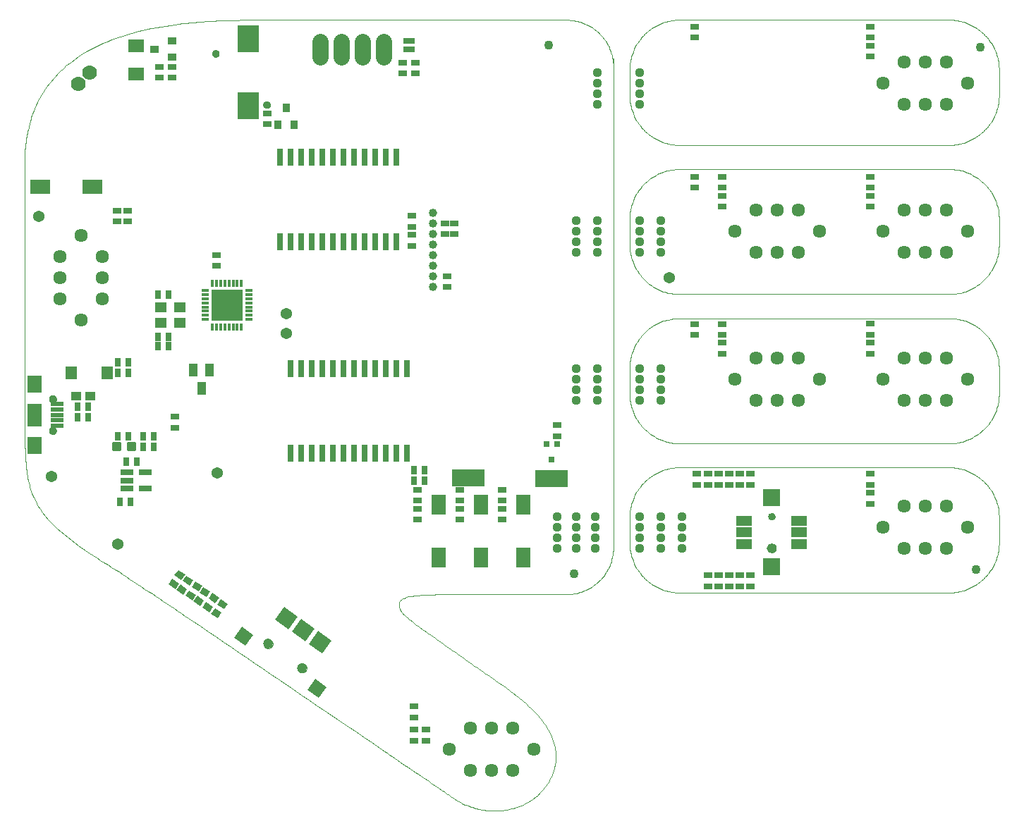
<source format=gts>
G75*
%MOIN*%
%OFA0B0*%
%FSLAX25Y25*%
%IPPOS*%
%LPD*%
%AMOC8*
5,1,8,0,0,1.08239X$1,22.5*
%
%ADD10C,0.00394*%
%ADD11R,0.03156X0.03943*%
%ADD12R,0.03943X0.03156*%
%ADD13R,0.05400X0.06187*%
%ADD14R,0.04731X0.04337*%
%ADD15R,0.05912X0.03156*%
%ADD16R,0.03746X0.01463*%
%ADD17R,0.01463X0.03746*%
%ADD18R,0.15164X0.15164*%
%ADD19R,0.02700X0.08400*%
%ADD20C,0.07800*%
%ADD21R,0.05912X0.01975*%
%ADD22C,0.00000*%
%ADD23C,0.03746*%
%ADD24R,0.06693X0.07874*%
%ADD25R,0.06693X0.10630*%
%ADD26R,0.05518X0.04731*%
%ADD27R,0.04337X0.05912*%
%ADD28R,0.03550X0.03943*%
%ADD29R,0.09455X0.06699*%
%ADD30R,0.07683X0.04731*%
%ADD31R,0.07880X0.08274*%
%ADD32C,0.03353*%
%ADD33C,0.04534*%
%ADD34R,0.10243X0.12998*%
%ADD35C,0.03550*%
%ADD36R,0.05400X0.02900*%
%ADD37R,0.03943X0.03550*%
%ADD38R,0.07487X0.05912*%
%ADD39C,0.07000*%
%ADD40R,0.07880X0.07487*%
%ADD41R,0.06699X0.06306*%
%ADD42C,0.04731*%
%ADD43C,0.06337*%
%ADD44R,0.03156X0.03156*%
%ADD45R,0.06699X0.09455*%
%ADD46C,0.04337*%
%ADD47C,0.05400*%
%ADD48C,0.01301*%
%ADD49C,0.04400*%
%ADD50C,0.03975*%
%ADD51R,0.15400X0.08000*%
D10*
X0114420Y0091836D02*
X0118103Y0089341D01*
X0121786Y0086847D01*
X0125468Y0084351D01*
X0129149Y0081855D01*
X0132830Y0079358D01*
X0136510Y0076861D01*
X0143870Y0071864D01*
X0147550Y0069365D01*
X0151228Y0066865D01*
X0154907Y0064365D01*
X0158586Y0061865D01*
X0165942Y0056863D01*
X0169620Y0054362D01*
X0173298Y0051860D01*
X0176976Y0049358D01*
X0180653Y0046857D01*
X0184331Y0044355D01*
X0185557Y0043521D01*
X0186783Y0042686D01*
X0188009Y0041852D01*
X0189235Y0041018D01*
X0190460Y0040184D01*
X0191686Y0039350D01*
X0192912Y0038515D01*
X0194138Y0037681D01*
X0196590Y0036013D01*
X0197816Y0035178D01*
X0199041Y0034344D01*
X0200267Y0033509D01*
X0201493Y0032675D01*
X0202719Y0031841D01*
X0203944Y0031006D01*
X0205170Y0030172D01*
X0207621Y0028503D01*
X0208847Y0027668D01*
X0211298Y0025999D01*
X0212524Y0025164D01*
X0213749Y0024329D01*
X0214151Y0024056D01*
X0214551Y0023779D01*
X0214951Y0023500D01*
X0215351Y0023220D01*
X0215751Y0022939D01*
X0216151Y0022658D01*
X0216551Y0022377D01*
X0216952Y0022096D01*
X0217756Y0021537D01*
X0218159Y0021260D01*
X0218971Y0020712D01*
X0219379Y0020441D01*
X0219790Y0020177D01*
X0220201Y0019912D01*
X0220615Y0019653D01*
X0221033Y0019401D01*
X0221451Y0019149D01*
X0221873Y0018904D01*
X0222726Y0018433D01*
X0223157Y0018207D01*
X0223594Y0017992D01*
X0224254Y0017667D01*
X0224925Y0017364D01*
X0225604Y0017084D01*
X0226284Y0016803D01*
X0226972Y0016544D01*
X0227669Y0016308D01*
X0228365Y0016071D01*
X0229069Y0015857D01*
X0229779Y0015666D01*
X0230488Y0015475D01*
X0231205Y0015306D01*
X0231925Y0015160D01*
X0232646Y0015014D01*
X0233371Y0014891D01*
X0234100Y0014791D01*
X0234828Y0014691D01*
X0235560Y0014615D01*
X0237027Y0014508D01*
X0237762Y0014478D01*
X0239232Y0014465D01*
X0239968Y0014482D01*
X0240702Y0014524D01*
X0241707Y0014580D01*
X0242710Y0014682D01*
X0243705Y0014831D01*
X0244701Y0014980D01*
X0245689Y0015174D01*
X0246665Y0015414D01*
X0247641Y0015654D01*
X0248605Y0015940D01*
X0250498Y0016603D01*
X0251428Y0016980D01*
X0252336Y0017402D01*
X0253243Y0017824D01*
X0254129Y0018291D01*
X0254988Y0018803D01*
X0255847Y0019315D01*
X0256679Y0019872D01*
X0258280Y0021075D01*
X0259048Y0021722D01*
X0260512Y0023103D01*
X0261207Y0023838D01*
X0261861Y0024617D01*
X0262532Y0025416D01*
X0263151Y0026248D01*
X0263715Y0027108D01*
X0264280Y0027968D01*
X0264790Y0028855D01*
X0265243Y0029766D01*
X0265696Y0030676D01*
X0266092Y0031609D01*
X0266428Y0032560D01*
X0266763Y0033511D01*
X0267039Y0034480D01*
X0267463Y0036441D01*
X0267613Y0037435D01*
X0267696Y0038435D01*
X0267780Y0039436D01*
X0267797Y0040444D01*
X0267694Y0042465D01*
X0267574Y0043477D01*
X0267382Y0044486D01*
X0267190Y0045496D01*
X0266927Y0046502D01*
X0266588Y0047501D01*
X0266243Y0048521D01*
X0265840Y0049517D01*
X0265387Y0050488D01*
X0264935Y0051459D01*
X0264432Y0052406D01*
X0263885Y0053329D01*
X0263339Y0054253D01*
X0262749Y0055153D01*
X0262123Y0056030D01*
X0261497Y0056907D01*
X0260835Y0057761D01*
X0260142Y0058592D01*
X0259450Y0059424D01*
X0258728Y0060234D01*
X0257984Y0061022D01*
X0257239Y0061810D01*
X0256472Y0062577D01*
X0255689Y0063322D01*
X0254905Y0064068D01*
X0254106Y0064793D01*
X0253298Y0065497D01*
X0252490Y0066202D01*
X0251672Y0066886D01*
X0250853Y0067551D01*
X0250015Y0068231D01*
X0249169Y0068900D01*
X0247461Y0070223D01*
X0246599Y0070876D01*
X0245732Y0071522D01*
X0244865Y0072167D01*
X0243992Y0072807D01*
X0243115Y0073440D01*
X0242237Y0074074D01*
X0241355Y0074703D01*
X0240471Y0075327D01*
X0239586Y0075952D01*
X0238698Y0076572D01*
X0237810Y0077191D01*
X0236921Y0077809D01*
X0236031Y0078425D01*
X0235141Y0079041D01*
X0234251Y0079656D01*
X0233361Y0080270D01*
X0232473Y0080885D01*
X0231585Y0081501D01*
X0230698Y0082116D01*
X0229815Y0082735D01*
X0228903Y0083373D01*
X0227990Y0084011D01*
X0226164Y0085286D01*
X0225251Y0085924D01*
X0224338Y0086561D01*
X0223424Y0087198D01*
X0222511Y0087836D01*
X0221598Y0088473D01*
X0220685Y0089111D01*
X0219772Y0089749D01*
X0218860Y0090387D01*
X0217947Y0091026D01*
X0217035Y0091665D01*
X0216124Y0092304D01*
X0215212Y0092944D01*
X0214301Y0093585D01*
X0213391Y0094226D01*
X0212481Y0094868D01*
X0211571Y0095510D01*
X0210663Y0096154D01*
X0209754Y0096798D01*
X0208847Y0097443D01*
X0207940Y0098090D01*
X0207542Y0098374D01*
X0207143Y0098657D01*
X0206743Y0098940D01*
X0206343Y0099222D01*
X0205942Y0099504D01*
X0205541Y0099787D01*
X0205140Y0100070D01*
X0204739Y0100353D01*
X0204338Y0100637D01*
X0203938Y0100921D01*
X0203538Y0101207D01*
X0203140Y0101494D01*
X0202741Y0101781D01*
X0202344Y0102069D01*
X0201554Y0102652D01*
X0201161Y0102946D01*
X0200771Y0103243D01*
X0200381Y0103540D01*
X0199993Y0103840D01*
X0199609Y0104144D01*
X0199226Y0104448D01*
X0198845Y0104755D01*
X0198469Y0105068D01*
X0198220Y0105274D01*
X0197946Y0105502D01*
X0197658Y0105748D01*
X0197370Y0105994D01*
X0197069Y0106259D01*
X0196766Y0106540D01*
X0196464Y0106820D01*
X0196160Y0107117D01*
X0195574Y0107736D01*
X0195292Y0108059D01*
X0194773Y0108727D01*
X0194537Y0109072D01*
X0194134Y0109778D01*
X0193967Y0110139D01*
X0193848Y0110506D01*
X0193728Y0110873D01*
X0193656Y0111245D01*
X0193643Y0111620D01*
X0193630Y0111996D01*
X0193676Y0112375D01*
X0193794Y0112754D01*
X0193916Y0113147D01*
X0194108Y0113494D01*
X0194355Y0113801D01*
X0194602Y0114107D01*
X0194905Y0114373D01*
X0195249Y0114604D01*
X0195593Y0114835D01*
X0195979Y0115031D01*
X0196804Y0115367D01*
X0197244Y0115507D01*
X0198150Y0115740D01*
X0198616Y0115834D01*
X0199082Y0115912D01*
X0199547Y0115990D01*
X0200011Y0116051D01*
X0200908Y0116152D01*
X0201342Y0116192D01*
X0201746Y0116227D01*
X0202151Y0116263D01*
X0202526Y0116294D01*
X0202857Y0116326D01*
X0203312Y0116370D01*
X0203766Y0116410D01*
X0204677Y0116482D01*
X0205132Y0116514D01*
X0205588Y0116542D01*
X0206043Y0116570D01*
X0206499Y0116595D01*
X0206956Y0116616D01*
X0207412Y0116638D01*
X0207868Y0116656D01*
X0208325Y0116672D01*
X0208781Y0116688D01*
X0209238Y0116701D01*
X0210151Y0116723D01*
X0210608Y0116732D01*
X0211064Y0116739D01*
X0211521Y0116746D01*
X0211977Y0116751D01*
X0212434Y0116755D01*
X0212891Y0116759D01*
X0213347Y0116762D01*
X0213803Y0116764D01*
X0214793Y0116768D01*
X0215783Y0116771D01*
X0217764Y0116777D01*
X0218754Y0116779D01*
X0219744Y0116781D01*
X0220734Y0116782D01*
X0221724Y0116784D01*
X0222714Y0116784D01*
X0223704Y0116785D01*
X0224695Y0116786D01*
X0225685Y0116786D01*
X0226675Y0116786D01*
X0227665Y0116786D01*
X0228655Y0116786D01*
X0229645Y0116786D01*
X0230635Y0116786D01*
X0231626Y0116786D01*
X0232616Y0116786D01*
X0233606Y0116787D01*
X0234596Y0116787D01*
X0235586Y0116788D01*
X0236576Y0116788D01*
X0237566Y0116790D01*
X0238764Y0116791D01*
X0239962Y0116793D01*
X0242358Y0116795D01*
X0243555Y0116796D01*
X0244753Y0116797D01*
X0245951Y0116799D01*
X0247149Y0116800D01*
X0248347Y0116801D01*
X0249545Y0116802D01*
X0250743Y0116802D01*
X0251940Y0116803D01*
X0253138Y0116804D01*
X0254336Y0116805D01*
X0256732Y0116806D01*
X0257930Y0116806D01*
X0259127Y0116807D01*
X0260325Y0116807D01*
X0261523Y0116808D01*
X0262721Y0116808D01*
X0263919Y0116808D01*
X0265117Y0116808D01*
X0266718Y0116808D01*
X0267123Y0116804D01*
X0267531Y0116799D01*
X0267938Y0116794D01*
X0268347Y0116786D01*
X0268757Y0116779D01*
X0269167Y0116772D01*
X0269578Y0116766D01*
X0269989Y0116761D01*
X0270401Y0116756D01*
X0270813Y0116753D01*
X0271636Y0116755D01*
X0272047Y0116760D01*
X0272869Y0116781D01*
X0273279Y0116798D01*
X0273687Y0116822D01*
X0274095Y0116846D01*
X0274502Y0116878D01*
X0275312Y0116960D01*
X0275714Y0117011D01*
X0276114Y0117073D01*
X0276875Y0117192D01*
X0277626Y0117350D01*
X0278366Y0117547D01*
X0279106Y0117744D01*
X0279834Y0117979D01*
X0280547Y0118250D01*
X0281260Y0118521D01*
X0281959Y0118828D01*
X0282641Y0119170D01*
X0283322Y0119512D01*
X0283986Y0119888D01*
X0284630Y0120296D01*
X0285273Y0120704D01*
X0285896Y0121144D01*
X0286496Y0121615D01*
X0287096Y0122085D01*
X0287673Y0122586D01*
X0288224Y0123115D01*
X0288774Y0123644D01*
X0289299Y0124201D01*
X0289795Y0124785D01*
X0290290Y0125368D01*
X0290757Y0125978D01*
X0291191Y0126612D01*
X0291565Y0127156D01*
X0291906Y0127708D01*
X0292217Y0128270D01*
X0292528Y0128831D01*
X0292810Y0129401D01*
X0293317Y0130555D01*
X0293544Y0131140D01*
X0293744Y0131732D01*
X0293945Y0132324D01*
X0294120Y0132922D01*
X0294272Y0133527D01*
X0294424Y0134132D01*
X0294553Y0134743D01*
X0294660Y0135360D01*
X0294768Y0135977D01*
X0294854Y0136599D01*
X0294988Y0137853D01*
X0295037Y0138485D01*
X0295068Y0139121D01*
X0295100Y0139758D01*
X0295114Y0140398D01*
X0295114Y0370099D01*
X0295096Y0365780D01*
X0295057Y0366455D01*
X0295019Y0367131D01*
X0294959Y0367802D01*
X0294878Y0368466D01*
X0294796Y0369131D01*
X0294692Y0369790D01*
X0294563Y0370441D01*
X0294435Y0371093D01*
X0294282Y0371738D01*
X0293922Y0373011D01*
X0293716Y0373640D01*
X0293482Y0374260D01*
X0293247Y0374880D01*
X0292984Y0375491D01*
X0292690Y0376092D01*
X0292396Y0376693D01*
X0292071Y0377284D01*
X0291714Y0377865D01*
X0291357Y0378445D01*
X0290968Y0379015D01*
X0290543Y0379572D01*
X0290076Y0380186D01*
X0289578Y0380774D01*
X0288526Y0381895D01*
X0287972Y0382427D01*
X0287394Y0382929D01*
X0286815Y0383431D01*
X0286212Y0383904D01*
X0284962Y0384786D01*
X0284315Y0385195D01*
X0282984Y0385947D01*
X0282300Y0386289D01*
X0281599Y0386596D01*
X0280899Y0386903D01*
X0280183Y0387175D01*
X0279454Y0387409D01*
X0278725Y0387644D01*
X0277983Y0387841D01*
X0277231Y0387999D01*
X0276479Y0388158D01*
X0275718Y0388277D01*
X0274949Y0388355D01*
X0274570Y0388394D01*
X0274190Y0388425D01*
X0273809Y0388450D01*
X0273428Y0388474D01*
X0273046Y0388493D01*
X0272664Y0388506D01*
X0272281Y0388519D01*
X0271898Y0388528D01*
X0271514Y0388532D01*
X0271131Y0388537D01*
X0270747Y0388538D01*
X0270362Y0388537D01*
X0269978Y0388535D01*
X0269594Y0388531D01*
X0269210Y0388526D01*
X0268826Y0388521D01*
X0268442Y0388515D01*
X0268059Y0388509D01*
X0267675Y0388503D01*
X0267292Y0388497D01*
X0266528Y0388489D01*
X0266146Y0388486D01*
X0130394Y0388486D01*
X0128533Y0388483D01*
X0126671Y0388475D01*
X0124809Y0388466D01*
X0122947Y0388452D01*
X0121086Y0388429D01*
X0119224Y0388405D01*
X0117363Y0388372D01*
X0113642Y0388282D01*
X0111783Y0388224D01*
X0109923Y0388151D01*
X0108064Y0388078D01*
X0106206Y0387989D01*
X0104349Y0387881D01*
X0102492Y0387773D01*
X0100636Y0387646D01*
X0098782Y0387497D01*
X0096927Y0387348D01*
X0095074Y0387176D01*
X0093222Y0386980D01*
X0091371Y0386783D01*
X0089521Y0386560D01*
X0087673Y0386309D01*
X0085526Y0386017D01*
X0083369Y0385690D01*
X0081210Y0385320D01*
X0079051Y0384949D01*
X0076891Y0384536D01*
X0074737Y0384072D01*
X0072584Y0383609D01*
X0070437Y0383095D01*
X0068307Y0382523D01*
X0066176Y0381951D01*
X0064062Y0381322D01*
X0059882Y0379933D01*
X0057817Y0379174D01*
X0055785Y0378342D01*
X0053753Y0377510D01*
X0051755Y0376605D01*
X0049799Y0375621D01*
X0047844Y0374637D01*
X0045930Y0373573D01*
X0044068Y0372421D01*
X0042205Y0371270D01*
X0040394Y0370031D01*
X0038643Y0368698D01*
X0037813Y0368066D01*
X0037000Y0367413D01*
X0036207Y0366738D01*
X0035413Y0366063D01*
X0034638Y0365367D01*
X0033884Y0364651D01*
X0033129Y0363935D01*
X0032395Y0363199D01*
X0030970Y0361686D01*
X0030279Y0360910D01*
X0028944Y0359319D01*
X0028299Y0358505D01*
X0027059Y0356839D01*
X0026464Y0355988D01*
X0025324Y0354249D01*
X0024780Y0353362D01*
X0023746Y0351553D01*
X0023257Y0350631D01*
X0022796Y0349693D01*
X0022409Y0348905D01*
X0022048Y0348111D01*
X0021372Y0346513D01*
X0021057Y0345708D01*
X0020764Y0344899D01*
X0020470Y0344089D01*
X0020197Y0343275D01*
X0019942Y0342455D01*
X0019687Y0341636D01*
X0019450Y0340812D01*
X0019008Y0339155D01*
X0018803Y0338322D01*
X0018610Y0337484D01*
X0018418Y0336647D01*
X0018238Y0335805D01*
X0018069Y0334959D01*
X0017899Y0334114D01*
X0017741Y0333264D01*
X0017589Y0332410D01*
X0017438Y0331557D01*
X0017295Y0330700D01*
X0017157Y0329839D01*
X0017099Y0329480D01*
X0017053Y0329117D01*
X0016978Y0328382D01*
X0016949Y0328011D01*
X0016907Y0327265D01*
X0016893Y0326889D01*
X0016883Y0326511D01*
X0016874Y0326134D01*
X0016870Y0325755D01*
X0016869Y0325376D01*
X0016869Y0324997D01*
X0016871Y0324618D01*
X0016874Y0324239D01*
X0016878Y0323860D01*
X0016882Y0323483D01*
X0016889Y0322731D01*
X0016892Y0322357D01*
X0016892Y0321987D01*
X0016892Y0321616D01*
X0016889Y0321248D01*
X0016882Y0320885D01*
X0016873Y0320497D01*
X0016867Y0320109D01*
X0016861Y0319720D01*
X0016855Y0319332D01*
X0016851Y0318944D01*
X0016847Y0318556D01*
X0016844Y0318167D01*
X0016841Y0317779D01*
X0016839Y0317391D01*
X0016838Y0317003D01*
X0016836Y0316614D01*
X0016836Y0316226D01*
X0016835Y0315838D01*
X0016835Y0315449D01*
X0016835Y0315061D01*
X0016836Y0314673D01*
X0016836Y0314285D01*
X0016837Y0313896D01*
X0016837Y0313508D01*
X0016838Y0313120D01*
X0016838Y0312731D01*
X0016839Y0312343D01*
X0016839Y0311955D01*
X0016839Y0208801D01*
X0016839Y0208056D01*
X0016838Y0207310D01*
X0016837Y0206564D01*
X0016836Y0205819D01*
X0016835Y0205073D01*
X0016834Y0204327D01*
X0016833Y0203582D01*
X0016831Y0202090D01*
X0016831Y0201345D01*
X0016830Y0200599D01*
X0016830Y0199853D01*
X0016830Y0199108D01*
X0016831Y0198362D01*
X0016831Y0197616D01*
X0016833Y0196871D01*
X0016835Y0196125D01*
X0016837Y0195379D01*
X0016840Y0194634D01*
X0016844Y0193888D01*
X0016848Y0193142D01*
X0016853Y0192397D01*
X0016859Y0191651D01*
X0016868Y0190610D01*
X0016877Y0189565D01*
X0016891Y0188516D01*
X0016904Y0187468D01*
X0016923Y0186416D01*
X0016952Y0185364D01*
X0016980Y0184311D01*
X0017018Y0183257D01*
X0017124Y0181151D01*
X0017191Y0180099D01*
X0017277Y0179048D01*
X0017363Y0177998D01*
X0017469Y0176951D01*
X0017727Y0174864D01*
X0017881Y0173825D01*
X0018063Y0172792D01*
X0018245Y0171759D01*
X0018455Y0170732D01*
X0018699Y0169712D01*
X0018943Y0168693D01*
X0019221Y0167682D01*
X0019536Y0166680D01*
X0020176Y0164648D01*
X0020987Y0162717D01*
X0021943Y0160877D01*
X0022899Y0159037D01*
X0024000Y0157287D01*
X0025219Y0155617D01*
X0026437Y0153947D01*
X0027775Y0152357D01*
X0029204Y0150836D01*
X0030634Y0149315D01*
X0032156Y0147864D01*
X0033743Y0146472D01*
X0035331Y0145080D01*
X0036984Y0143747D01*
X0040370Y0141178D01*
X0042102Y0139942D01*
X0045594Y0137547D01*
X0047353Y0136387D01*
X0049099Y0135255D01*
X0050845Y0134123D01*
X0052578Y0133018D01*
X0054272Y0131931D01*
X0056027Y0130804D01*
X0057780Y0129673D01*
X0059529Y0128538D01*
X0061279Y0127404D01*
X0063026Y0126265D01*
X0064771Y0125123D01*
X0066516Y0123981D01*
X0068258Y0122835D01*
X0069999Y0121687D01*
X0071739Y0120538D01*
X0073478Y0119387D01*
X0075215Y0118233D01*
X0076952Y0117079D01*
X0078687Y0115922D01*
X0080420Y0114764D01*
X0082154Y0113605D01*
X0083887Y0112444D01*
X0085618Y0111282D01*
X0087350Y0110120D01*
X0089080Y0108956D01*
X0090810Y0107791D01*
X0092539Y0106625D01*
X0094268Y0105459D01*
X0095997Y0104292D01*
X0099683Y0101803D01*
X0103368Y0099313D01*
X0107053Y0096821D01*
X0110737Y0094329D01*
X0114420Y0091836D01*
X0303036Y0137277D02*
X0302915Y0138057D01*
X0302753Y0139640D01*
X0302712Y0140443D01*
X0302712Y0154004D01*
X0302753Y0154807D01*
X0302834Y0155598D01*
X0302915Y0156390D01*
X0303036Y0157170D01*
X0303194Y0157937D01*
X0303352Y0158704D01*
X0303547Y0159458D01*
X0303778Y0160197D01*
X0304009Y0160935D01*
X0304276Y0161658D01*
X0304875Y0163070D01*
X0305209Y0163759D01*
X0305573Y0164428D01*
X0305938Y0165097D01*
X0306334Y0165747D01*
X0307186Y0167004D01*
X0307641Y0167612D01*
X0308606Y0168779D01*
X0309115Y0169340D01*
X0309651Y0169875D01*
X0310186Y0170410D01*
X0310746Y0170920D01*
X0311914Y0171885D01*
X0312521Y0172340D01*
X0313779Y0173191D01*
X0314429Y0173587D01*
X0315098Y0173952D01*
X0315767Y0174317D01*
X0316456Y0174650D01*
X0317868Y0175250D01*
X0318591Y0175517D01*
X0319329Y0175748D01*
X0320068Y0175979D01*
X0320821Y0176174D01*
X0322355Y0176490D01*
X0323136Y0176611D01*
X0324719Y0176773D01*
X0325522Y0176814D01*
X0454499Y0176814D01*
X0455302Y0176773D01*
X0456885Y0176611D01*
X0457665Y0176490D01*
X0458432Y0176332D01*
X0459199Y0176174D01*
X0459953Y0175979D01*
X0460691Y0175748D01*
X0461430Y0175517D01*
X0462153Y0175250D01*
X0463565Y0174650D01*
X0464253Y0174317D01*
X0464923Y0173952D01*
X0465592Y0173587D01*
X0466242Y0173191D01*
X0467499Y0172340D01*
X0468106Y0171885D01*
X0469274Y0170920D01*
X0469835Y0170410D01*
X0470370Y0169875D01*
X0470905Y0169340D01*
X0471415Y0168779D01*
X0472380Y0167612D01*
X0472835Y0167004D01*
X0473686Y0165747D01*
X0474082Y0165097D01*
X0474447Y0164428D01*
X0474812Y0163759D01*
X0475145Y0163070D01*
X0475745Y0161658D01*
X0476011Y0160935D01*
X0476242Y0160197D01*
X0476473Y0159458D01*
X0476669Y0158704D01*
X0476985Y0157170D01*
X0477105Y0156390D01*
X0477186Y0155598D01*
X0477267Y0154807D01*
X0477309Y0154004D01*
X0477309Y0140443D01*
X0477267Y0139640D01*
X0477105Y0138057D01*
X0476985Y0137277D01*
X0476827Y0136510D01*
X0476669Y0135743D01*
X0476473Y0134989D01*
X0476242Y0134251D01*
X0476011Y0133512D01*
X0475745Y0132789D01*
X0475145Y0131377D01*
X0474812Y0130689D01*
X0474447Y0130020D01*
X0474082Y0129350D01*
X0473686Y0128700D01*
X0473260Y0128072D01*
X0472835Y0127443D01*
X0472380Y0126836D01*
X0471897Y0126252D01*
X0471415Y0125668D01*
X0470905Y0125107D01*
X0469835Y0124037D01*
X0469274Y0123527D01*
X0468106Y0122562D01*
X0467499Y0122107D01*
X0466870Y0121682D01*
X0466242Y0121256D01*
X0465592Y0120860D01*
X0464923Y0120495D01*
X0464253Y0120130D01*
X0463565Y0119797D01*
X0462153Y0119197D01*
X0461430Y0118931D01*
X0460691Y0118700D01*
X0459953Y0118469D01*
X0459199Y0118273D01*
X0458432Y0118115D01*
X0457665Y0117957D01*
X0456885Y0117837D01*
X0455302Y0117675D01*
X0454499Y0117633D01*
X0325522Y0117633D01*
X0324719Y0117675D01*
X0323136Y0117837D01*
X0322355Y0117957D01*
X0321588Y0118115D01*
X0320821Y0118273D01*
X0320068Y0118469D01*
X0319329Y0118700D01*
X0318591Y0118931D01*
X0317868Y0119197D01*
X0316456Y0119797D01*
X0315767Y0120130D01*
X0315098Y0120495D01*
X0314429Y0120860D01*
X0313779Y0121256D01*
X0313150Y0121682D01*
X0312521Y0122107D01*
X0311914Y0122562D01*
X0310746Y0123527D01*
X0310186Y0124037D01*
X0309115Y0125107D01*
X0308606Y0125668D01*
X0308123Y0126252D01*
X0307641Y0126836D01*
X0307186Y0127443D01*
X0306760Y0128072D01*
X0306334Y0128700D01*
X0305938Y0129350D01*
X0305573Y0130020D01*
X0305209Y0130689D01*
X0304875Y0131377D01*
X0304276Y0132789D01*
X0304009Y0133512D01*
X0303778Y0134251D01*
X0303547Y0134989D01*
X0303352Y0135743D01*
X0303194Y0136510D01*
X0303036Y0137277D01*
X0319329Y0189257D02*
X0318591Y0189488D01*
X0317868Y0189755D01*
X0316456Y0190354D01*
X0315767Y0190688D01*
X0315098Y0191052D01*
X0314429Y0191417D01*
X0313779Y0191813D01*
X0313150Y0192239D01*
X0312521Y0192665D01*
X0311914Y0193120D01*
X0311330Y0193602D01*
X0310746Y0194084D01*
X0310186Y0194594D01*
X0309115Y0195665D01*
X0308606Y0196225D01*
X0307641Y0197393D01*
X0307186Y0198000D01*
X0306760Y0198629D01*
X0306334Y0199258D01*
X0305938Y0199908D01*
X0305573Y0200577D01*
X0305209Y0201246D01*
X0304875Y0201935D01*
X0304276Y0203346D01*
X0304009Y0204070D01*
X0303778Y0204808D01*
X0303547Y0205547D01*
X0303352Y0206300D01*
X0303194Y0207067D01*
X0303036Y0207834D01*
X0302915Y0208615D01*
X0302753Y0210198D01*
X0302712Y0211001D01*
X0302712Y0224561D01*
X0302753Y0225364D01*
X0302915Y0226947D01*
X0303036Y0227728D01*
X0303194Y0228495D01*
X0303352Y0229262D01*
X0303547Y0230015D01*
X0303778Y0230754D01*
X0304009Y0231492D01*
X0304276Y0232216D01*
X0304875Y0233627D01*
X0305209Y0234316D01*
X0305573Y0234985D01*
X0305938Y0235654D01*
X0306334Y0236304D01*
X0307186Y0237562D01*
X0307641Y0238169D01*
X0308606Y0239337D01*
X0309115Y0239897D01*
X0310186Y0240968D01*
X0310746Y0241478D01*
X0311914Y0242442D01*
X0312521Y0242897D01*
X0313779Y0243749D01*
X0314429Y0244145D01*
X0315098Y0244510D01*
X0315767Y0244874D01*
X0316456Y0245208D01*
X0317868Y0245807D01*
X0318591Y0246074D01*
X0319329Y0246305D01*
X0320068Y0246536D01*
X0320821Y0246731D01*
X0322355Y0247047D01*
X0323136Y0247168D01*
X0324719Y0247330D01*
X0325522Y0247371D01*
X0454499Y0247371D01*
X0455302Y0247330D01*
X0456885Y0247168D01*
X0457665Y0247047D01*
X0458432Y0246889D01*
X0459199Y0246731D01*
X0459953Y0246536D01*
X0460691Y0246305D01*
X0461430Y0246074D01*
X0462153Y0245807D01*
X0463565Y0245208D01*
X0464253Y0244874D01*
X0464923Y0244510D01*
X0465592Y0244145D01*
X0466242Y0243749D01*
X0467499Y0242897D01*
X0468106Y0242442D01*
X0469274Y0241478D01*
X0469835Y0240968D01*
X0470905Y0239897D01*
X0471415Y0239337D01*
X0472380Y0238169D01*
X0472835Y0237562D01*
X0473686Y0236304D01*
X0474082Y0235654D01*
X0474447Y0234985D01*
X0474812Y0234316D01*
X0475145Y0233627D01*
X0475745Y0232216D01*
X0476011Y0231492D01*
X0476242Y0230754D01*
X0476473Y0230015D01*
X0476669Y0229262D01*
X0476985Y0227728D01*
X0477105Y0226947D01*
X0477267Y0225364D01*
X0477309Y0224561D01*
X0477309Y0211001D01*
X0477267Y0210198D01*
X0477105Y0208615D01*
X0476985Y0207834D01*
X0476827Y0207067D01*
X0476669Y0206300D01*
X0476473Y0205547D01*
X0476242Y0204808D01*
X0476011Y0204070D01*
X0475745Y0203346D01*
X0475145Y0201935D01*
X0474812Y0201246D01*
X0474447Y0200577D01*
X0474082Y0199908D01*
X0473686Y0199258D01*
X0473260Y0198629D01*
X0472835Y0198000D01*
X0472380Y0197393D01*
X0471415Y0196225D01*
X0470905Y0195665D01*
X0469835Y0194594D01*
X0469274Y0194084D01*
X0468690Y0193602D01*
X0468106Y0193120D01*
X0467499Y0192665D01*
X0466870Y0192239D01*
X0466242Y0191813D01*
X0465592Y0191417D01*
X0464923Y0191052D01*
X0464253Y0190688D01*
X0463565Y0190354D01*
X0462153Y0189755D01*
X0461430Y0189488D01*
X0460691Y0189257D01*
X0459953Y0189026D01*
X0459199Y0188831D01*
X0458432Y0188673D01*
X0457665Y0188515D01*
X0456885Y0188394D01*
X0455302Y0188232D01*
X0454499Y0188191D01*
X0325522Y0188191D01*
X0324719Y0188232D01*
X0323136Y0188394D01*
X0322355Y0188515D01*
X0321588Y0188673D01*
X0320821Y0188831D01*
X0320068Y0189026D01*
X0319329Y0189257D01*
X0324719Y0258789D02*
X0323136Y0258951D01*
X0322355Y0259072D01*
X0320821Y0259388D01*
X0320068Y0259583D01*
X0319329Y0259814D01*
X0318591Y0260045D01*
X0317868Y0260312D01*
X0316456Y0260912D01*
X0315767Y0261245D01*
X0315098Y0261610D01*
X0314429Y0261975D01*
X0313779Y0262371D01*
X0313150Y0262796D01*
X0312521Y0263222D01*
X0311914Y0263677D01*
X0310746Y0264642D01*
X0310186Y0265152D01*
X0309115Y0266222D01*
X0308606Y0266783D01*
X0307641Y0267950D01*
X0307186Y0268558D01*
X0306760Y0269186D01*
X0306334Y0269815D01*
X0305938Y0270465D01*
X0305573Y0271134D01*
X0305209Y0271803D01*
X0304875Y0272492D01*
X0304276Y0273904D01*
X0304009Y0274627D01*
X0303778Y0275365D01*
X0303547Y0276104D01*
X0303352Y0276858D01*
X0303194Y0277625D01*
X0303036Y0278392D01*
X0302915Y0279172D01*
X0302753Y0280755D01*
X0302712Y0281558D01*
X0302712Y0295119D01*
X0302753Y0295922D01*
X0302915Y0297505D01*
X0303036Y0298285D01*
X0303194Y0299052D01*
X0303352Y0299819D01*
X0303547Y0300573D01*
X0303778Y0301311D01*
X0304009Y0302050D01*
X0304276Y0302773D01*
X0304875Y0304185D01*
X0305209Y0304873D01*
X0305573Y0305542D01*
X0305938Y0306212D01*
X0306334Y0306862D01*
X0307186Y0308119D01*
X0307641Y0308726D01*
X0308606Y0309894D01*
X0309115Y0310455D01*
X0310186Y0311525D01*
X0310746Y0312035D01*
X0311914Y0313000D01*
X0312521Y0313455D01*
X0313150Y0313880D01*
X0313779Y0314306D01*
X0314429Y0314702D01*
X0315098Y0315067D01*
X0315767Y0315432D01*
X0316456Y0315765D01*
X0317868Y0316365D01*
X0318591Y0316631D01*
X0319329Y0316862D01*
X0320068Y0317093D01*
X0320821Y0317289D01*
X0322355Y0317605D01*
X0323136Y0317725D01*
X0324719Y0317887D01*
X0325522Y0317929D01*
X0454499Y0317929D01*
X0455302Y0317887D01*
X0456885Y0317725D01*
X0457665Y0317605D01*
X0458432Y0317447D01*
X0459199Y0317289D01*
X0459953Y0317093D01*
X0460691Y0316862D01*
X0461430Y0316631D01*
X0462153Y0316365D01*
X0463565Y0315765D01*
X0464253Y0315432D01*
X0464923Y0315067D01*
X0465592Y0314702D01*
X0466242Y0314306D01*
X0466870Y0313880D01*
X0467499Y0313455D01*
X0468106Y0313000D01*
X0469274Y0312035D01*
X0469835Y0311525D01*
X0470905Y0310455D01*
X0471415Y0309894D01*
X0472380Y0308726D01*
X0472835Y0308119D01*
X0473686Y0306862D01*
X0474082Y0306212D01*
X0474447Y0305542D01*
X0474812Y0304873D01*
X0475145Y0304185D01*
X0475745Y0302773D01*
X0476011Y0302050D01*
X0476242Y0301311D01*
X0476473Y0300573D01*
X0476669Y0299819D01*
X0476985Y0298285D01*
X0477105Y0297505D01*
X0477267Y0295922D01*
X0477309Y0295119D01*
X0477309Y0281558D01*
X0477267Y0280755D01*
X0477105Y0279172D01*
X0476985Y0278392D01*
X0476827Y0277625D01*
X0476669Y0276858D01*
X0476473Y0276104D01*
X0476242Y0275365D01*
X0476011Y0274627D01*
X0475745Y0273904D01*
X0475145Y0272492D01*
X0474812Y0271803D01*
X0474447Y0271134D01*
X0474082Y0270465D01*
X0473686Y0269815D01*
X0473260Y0269186D01*
X0472835Y0268558D01*
X0472380Y0267950D01*
X0471415Y0266783D01*
X0470905Y0266222D01*
X0469835Y0265152D01*
X0469274Y0264642D01*
X0468106Y0263677D01*
X0467499Y0263222D01*
X0466870Y0262796D01*
X0466242Y0262371D01*
X0465592Y0261975D01*
X0464253Y0261245D01*
X0463565Y0260912D01*
X0462153Y0260312D01*
X0461430Y0260045D01*
X0460691Y0259814D01*
X0459953Y0259583D01*
X0459199Y0259388D01*
X0458432Y0259230D01*
X0457665Y0259072D01*
X0456885Y0258951D01*
X0455302Y0258789D01*
X0454499Y0258748D01*
X0325522Y0258748D01*
X0324719Y0258789D01*
X0325522Y0329305D02*
X0454499Y0329305D01*
X0455302Y0329347D01*
X0456885Y0329509D01*
X0457665Y0329629D01*
X0458432Y0329787D01*
X0459199Y0329945D01*
X0459953Y0330141D01*
X0460691Y0330372D01*
X0461430Y0330603D01*
X0462153Y0330869D01*
X0463565Y0331469D01*
X0464253Y0331802D01*
X0464923Y0332167D01*
X0465592Y0332532D01*
X0466242Y0332928D01*
X0467499Y0333779D01*
X0468106Y0334234D01*
X0469274Y0335199D01*
X0469835Y0335709D01*
X0470905Y0336779D01*
X0471415Y0337340D01*
X0472380Y0338508D01*
X0472835Y0339115D01*
X0473686Y0340372D01*
X0474082Y0341022D01*
X0474447Y0341691D01*
X0474812Y0342361D01*
X0475145Y0343049D01*
X0475745Y0344461D01*
X0476011Y0345184D01*
X0476242Y0345923D01*
X0476473Y0346661D01*
X0476669Y0347415D01*
X0476827Y0348182D01*
X0476985Y0348949D01*
X0477105Y0349729D01*
X0477267Y0351312D01*
X0477309Y0352115D01*
X0477309Y0365676D01*
X0477267Y0366479D01*
X0477105Y0368062D01*
X0476985Y0368842D01*
X0476827Y0369609D01*
X0476669Y0370376D01*
X0476473Y0371130D01*
X0476242Y0371868D01*
X0476011Y0372607D01*
X0475745Y0373330D01*
X0475145Y0374742D01*
X0474812Y0375431D01*
X0474447Y0376100D01*
X0474082Y0376769D01*
X0473686Y0377419D01*
X0473260Y0378048D01*
X0472835Y0378676D01*
X0472380Y0379284D01*
X0471415Y0380451D01*
X0470905Y0381012D01*
X0469835Y0382082D01*
X0469274Y0382592D01*
X0468106Y0383557D01*
X0467499Y0384012D01*
X0466870Y0384438D01*
X0466242Y0384863D01*
X0465592Y0385259D01*
X0464923Y0385624D01*
X0464253Y0385989D01*
X0463565Y0386322D01*
X0462153Y0386922D01*
X0461430Y0387188D01*
X0460691Y0387419D01*
X0459953Y0387650D01*
X0459199Y0387846D01*
X0458432Y0388004D01*
X0457665Y0388162D01*
X0456885Y0388282D01*
X0455302Y0388445D01*
X0454499Y0388486D01*
X0325522Y0388486D01*
X0324719Y0388445D01*
X0323136Y0388282D01*
X0322355Y0388162D01*
X0321588Y0388004D01*
X0320821Y0387846D01*
X0320068Y0387650D01*
X0319329Y0387419D01*
X0318591Y0387188D01*
X0317868Y0386922D01*
X0316456Y0386322D01*
X0315767Y0385989D01*
X0315098Y0385624D01*
X0314429Y0385259D01*
X0313779Y0384863D01*
X0313150Y0384438D01*
X0312521Y0384012D01*
X0311914Y0383557D01*
X0310746Y0382592D01*
X0310186Y0382082D01*
X0309115Y0381012D01*
X0308606Y0380451D01*
X0307641Y0379284D01*
X0307186Y0378676D01*
X0306760Y0378048D01*
X0306334Y0377419D01*
X0305938Y0376769D01*
X0305573Y0376100D01*
X0305209Y0375431D01*
X0304875Y0374742D01*
X0304276Y0373330D01*
X0304009Y0372607D01*
X0303778Y0371868D01*
X0303547Y0371130D01*
X0303352Y0370376D01*
X0303194Y0369609D01*
X0303036Y0368842D01*
X0302915Y0368062D01*
X0302753Y0366479D01*
X0302712Y0365676D01*
X0302712Y0352115D01*
X0302753Y0351312D01*
X0302915Y0349729D01*
X0303036Y0348949D01*
X0303194Y0348182D01*
X0303352Y0347415D01*
X0303547Y0346661D01*
X0303778Y0345923D01*
X0304009Y0345184D01*
X0304276Y0344461D01*
X0304875Y0343049D01*
X0305209Y0342361D01*
X0305573Y0341691D01*
X0305938Y0341022D01*
X0306334Y0340372D01*
X0307186Y0339115D01*
X0307641Y0338508D01*
X0308606Y0337340D01*
X0309115Y0336779D01*
X0310186Y0335709D01*
X0310746Y0335199D01*
X0311914Y0334234D01*
X0312521Y0333779D01*
X0313779Y0332928D01*
X0314429Y0332532D01*
X0315098Y0332167D01*
X0315767Y0331802D01*
X0316456Y0331469D01*
X0317868Y0330869D01*
X0318591Y0330603D01*
X0319329Y0330372D01*
X0320068Y0330141D01*
X0320821Y0329945D01*
X0322355Y0329629D01*
X0323136Y0329509D01*
X0324719Y0329347D01*
X0325522Y0329305D01*
D11*
X0205906Y0175697D03*
X0205906Y0170697D03*
X0200787Y0170697D03*
X0200787Y0175697D03*
G36*
X0112781Y0112354D02*
X0111016Y0109738D01*
X0107749Y0111942D01*
X0109514Y0114558D01*
X0112781Y0112354D01*
G37*
G36*
X0109919Y0108110D02*
X0108154Y0105494D01*
X0104887Y0107698D01*
X0106652Y0110314D01*
X0109919Y0108110D01*
G37*
G36*
X0105817Y0110969D02*
X0104052Y0108353D01*
X0100785Y0110557D01*
X0102550Y0113173D01*
X0105817Y0110969D01*
G37*
G36*
X0108679Y0115212D02*
X0106914Y0112596D01*
X0103647Y0114800D01*
X0105412Y0117416D01*
X0108679Y0115212D01*
G37*
G36*
X0104468Y0118119D02*
X0102703Y0115503D01*
X0099436Y0117707D01*
X0101201Y0120323D01*
X0104468Y0118119D01*
G37*
G36*
X0100714Y0120761D02*
X0098949Y0118145D01*
X0095682Y0120349D01*
X0097447Y0122965D01*
X0100714Y0120761D01*
G37*
G36*
X0097852Y0116518D02*
X0096087Y0113902D01*
X0092820Y0116106D01*
X0094585Y0118722D01*
X0097852Y0116518D01*
G37*
G36*
X0101606Y0113876D02*
X0099841Y0111260D01*
X0096574Y0113464D01*
X0098339Y0116080D01*
X0101606Y0113876D01*
G37*
G36*
X0093594Y0119241D02*
X0091829Y0116625D01*
X0088562Y0118829D01*
X0090327Y0121445D01*
X0093594Y0119241D01*
G37*
G36*
X0096456Y0123484D02*
X0094691Y0120868D01*
X0091424Y0123072D01*
X0093189Y0125688D01*
X0096456Y0123484D01*
G37*
G36*
X0092623Y0126199D02*
X0090858Y0123583D01*
X0087591Y0125787D01*
X0089356Y0128403D01*
X0092623Y0126199D01*
G37*
G36*
X0089761Y0121956D02*
X0087996Y0119340D01*
X0084729Y0121544D01*
X0086494Y0124160D01*
X0089761Y0121956D01*
G37*
X0066906Y0160697D03*
X0061787Y0160697D03*
X0064787Y0179697D03*
X0069906Y0179697D03*
X0072787Y0186697D03*
X0072787Y0191697D03*
X0077906Y0191697D03*
X0077906Y0186697D03*
X0065906Y0191697D03*
X0060787Y0191697D03*
X0046906Y0200697D03*
X0041787Y0200697D03*
X0041787Y0205697D03*
X0046906Y0205697D03*
X0060787Y0221697D03*
X0060787Y0226697D03*
X0065906Y0226697D03*
X0065906Y0221697D03*
X0079787Y0234197D03*
X0079787Y0238697D03*
X0084906Y0238697D03*
X0084906Y0234197D03*
X0084906Y0258697D03*
X0079787Y0258697D03*
D12*
X0107346Y0272138D03*
X0107346Y0277256D03*
X0065346Y0293138D03*
X0060346Y0293138D03*
X0060346Y0298256D03*
X0065346Y0298256D03*
X0131346Y0339138D03*
X0131346Y0344256D03*
X0086346Y0361138D03*
X0086346Y0366256D03*
X0080346Y0366256D03*
X0080346Y0361138D03*
X0195346Y0363138D03*
X0201346Y0363138D03*
X0201346Y0368256D03*
X0195346Y0368256D03*
X0199846Y0295756D03*
X0199846Y0290638D03*
X0199846Y0286756D03*
X0199846Y0281638D03*
X0215346Y0287138D03*
X0219846Y0287138D03*
X0219846Y0292256D03*
X0215346Y0292256D03*
X0216346Y0267256D03*
X0216346Y0262138D03*
X0268346Y0196756D03*
X0268346Y0191638D03*
X0242346Y0166256D03*
X0242346Y0161138D03*
X0242346Y0157256D03*
X0242346Y0152138D03*
X0222346Y0152138D03*
X0222346Y0157256D03*
X0222346Y0161138D03*
X0222346Y0166256D03*
X0202346Y0166256D03*
X0202346Y0161138D03*
X0202346Y0157256D03*
X0202346Y0152138D03*
X0200846Y0063756D03*
X0200846Y0058638D03*
X0200846Y0052756D03*
X0200846Y0047638D03*
X0206346Y0047638D03*
X0206346Y0052756D03*
X0339846Y0120638D03*
X0344846Y0120638D03*
X0349846Y0120638D03*
X0354846Y0120638D03*
X0359846Y0120638D03*
X0359846Y0125756D03*
X0354846Y0125756D03*
X0349846Y0125756D03*
X0344846Y0125756D03*
X0339846Y0125756D03*
X0339846Y0168638D03*
X0344846Y0168638D03*
X0349846Y0168638D03*
X0354846Y0168638D03*
X0359846Y0168638D03*
X0359846Y0173756D03*
X0354846Y0173756D03*
X0349846Y0173756D03*
X0344846Y0173756D03*
X0339846Y0173756D03*
X0334346Y0173756D03*
X0334346Y0168638D03*
X0346346Y0230638D03*
X0346346Y0235756D03*
X0346346Y0239538D03*
X0346346Y0244656D03*
X0333346Y0244656D03*
X0333346Y0239538D03*
X0346346Y0300138D03*
X0346346Y0305256D03*
X0346346Y0309138D03*
X0346346Y0314256D03*
X0333346Y0314256D03*
X0333346Y0309138D03*
X0416346Y0309138D03*
X0416346Y0305256D03*
X0416346Y0300138D03*
X0416346Y0314256D03*
X0416346Y0371138D03*
X0416346Y0376256D03*
X0416346Y0380138D03*
X0416346Y0385256D03*
X0333346Y0385256D03*
X0333346Y0380138D03*
X0416346Y0244756D03*
X0416346Y0239638D03*
X0416346Y0235756D03*
X0416346Y0230638D03*
X0416346Y0173756D03*
X0416346Y0168638D03*
X0416346Y0164756D03*
X0416346Y0159638D03*
X0087846Y0195638D03*
X0087846Y0200756D03*
D13*
X0055811Y0221697D03*
X0038882Y0221697D03*
D14*
X0041000Y0210697D03*
X0047693Y0210697D03*
D15*
X0065016Y0174437D03*
X0065016Y0170697D03*
X0065016Y0166957D03*
X0073677Y0166957D03*
X0073677Y0174437D03*
D16*
X0102012Y0246807D03*
X0102012Y0248776D03*
X0102012Y0250744D03*
X0102012Y0252713D03*
X0102012Y0254681D03*
X0102012Y0256650D03*
X0102012Y0258618D03*
X0102012Y0260587D03*
X0122681Y0260587D03*
X0122681Y0258618D03*
X0122681Y0256650D03*
X0122681Y0254681D03*
X0122681Y0252713D03*
X0122681Y0250744D03*
X0122681Y0248776D03*
X0122681Y0246807D03*
D17*
X0119236Y0243362D03*
X0117268Y0243362D03*
X0115299Y0243362D03*
X0113331Y0243362D03*
X0111362Y0243362D03*
X0109394Y0243362D03*
X0107425Y0243362D03*
X0105457Y0243362D03*
X0105457Y0264031D03*
X0107425Y0264031D03*
X0109394Y0264031D03*
X0111362Y0264031D03*
X0113331Y0264031D03*
X0115299Y0264031D03*
X0117268Y0264031D03*
X0119236Y0264031D03*
D18*
X0112346Y0253697D03*
D19*
X0137346Y0283697D03*
X0142346Y0283697D03*
X0147346Y0283697D03*
X0152346Y0283697D03*
X0157346Y0283697D03*
X0162346Y0283697D03*
X0167346Y0283697D03*
X0172346Y0283697D03*
X0177346Y0283697D03*
X0182346Y0283697D03*
X0187346Y0283697D03*
X0192346Y0283697D03*
X0192346Y0323697D03*
X0187346Y0323697D03*
X0182346Y0323697D03*
X0177346Y0323697D03*
X0172346Y0323697D03*
X0167346Y0323697D03*
X0162346Y0323697D03*
X0157346Y0323697D03*
X0152346Y0323697D03*
X0147346Y0323697D03*
X0142346Y0323697D03*
X0137346Y0323697D03*
X0142346Y0223697D03*
X0147346Y0223697D03*
X0152346Y0223697D03*
X0157346Y0223697D03*
X0162346Y0223697D03*
X0167346Y0223697D03*
X0172346Y0223697D03*
X0177346Y0223697D03*
X0182346Y0223697D03*
X0187346Y0223697D03*
X0192346Y0223697D03*
X0197346Y0223697D03*
X0197346Y0183697D03*
X0192346Y0183697D03*
X0187346Y0183697D03*
X0182346Y0183697D03*
X0177346Y0183697D03*
X0172346Y0183697D03*
X0167346Y0183697D03*
X0162346Y0183697D03*
X0157346Y0183697D03*
X0152346Y0183697D03*
X0147346Y0183697D03*
X0142346Y0183697D03*
D20*
X0156346Y0370997D02*
X0156346Y0378397D01*
X0166346Y0378397D02*
X0166346Y0370997D01*
X0176346Y0370997D02*
X0176346Y0378397D01*
X0186346Y0378397D02*
X0186346Y0370997D01*
D21*
X0031976Y0206815D03*
X0031976Y0204256D03*
X0031976Y0201697D03*
X0031976Y0199138D03*
X0031976Y0196579D03*
D22*
X0028335Y0194217D02*
X0028337Y0194298D01*
X0028343Y0194380D01*
X0028353Y0194461D01*
X0028367Y0194541D01*
X0028384Y0194620D01*
X0028406Y0194699D01*
X0028431Y0194776D01*
X0028460Y0194853D01*
X0028493Y0194927D01*
X0028530Y0195000D01*
X0028569Y0195071D01*
X0028613Y0195140D01*
X0028659Y0195207D01*
X0028709Y0195271D01*
X0028762Y0195333D01*
X0028818Y0195393D01*
X0028876Y0195449D01*
X0028938Y0195503D01*
X0029002Y0195554D01*
X0029068Y0195601D01*
X0029136Y0195645D01*
X0029207Y0195686D01*
X0029279Y0195723D01*
X0029354Y0195757D01*
X0029429Y0195787D01*
X0029507Y0195813D01*
X0029585Y0195836D01*
X0029664Y0195854D01*
X0029744Y0195869D01*
X0029825Y0195880D01*
X0029906Y0195887D01*
X0029988Y0195890D01*
X0030069Y0195889D01*
X0030150Y0195884D01*
X0030231Y0195875D01*
X0030312Y0195862D01*
X0030392Y0195845D01*
X0030470Y0195825D01*
X0030548Y0195800D01*
X0030625Y0195772D01*
X0030700Y0195740D01*
X0030773Y0195705D01*
X0030844Y0195666D01*
X0030914Y0195623D01*
X0030981Y0195578D01*
X0031047Y0195529D01*
X0031109Y0195477D01*
X0031169Y0195421D01*
X0031226Y0195363D01*
X0031281Y0195303D01*
X0031332Y0195239D01*
X0031380Y0195174D01*
X0031425Y0195106D01*
X0031467Y0195036D01*
X0031505Y0194964D01*
X0031540Y0194890D01*
X0031571Y0194815D01*
X0031598Y0194738D01*
X0031621Y0194660D01*
X0031641Y0194581D01*
X0031657Y0194501D01*
X0031669Y0194420D01*
X0031677Y0194339D01*
X0031681Y0194258D01*
X0031681Y0194176D01*
X0031677Y0194095D01*
X0031669Y0194014D01*
X0031657Y0193933D01*
X0031641Y0193853D01*
X0031621Y0193774D01*
X0031598Y0193696D01*
X0031571Y0193619D01*
X0031540Y0193544D01*
X0031505Y0193470D01*
X0031467Y0193398D01*
X0031425Y0193328D01*
X0031380Y0193260D01*
X0031332Y0193195D01*
X0031281Y0193131D01*
X0031226Y0193071D01*
X0031169Y0193013D01*
X0031109Y0192957D01*
X0031047Y0192905D01*
X0030981Y0192856D01*
X0030914Y0192811D01*
X0030845Y0192768D01*
X0030773Y0192729D01*
X0030700Y0192694D01*
X0030625Y0192662D01*
X0030548Y0192634D01*
X0030470Y0192609D01*
X0030392Y0192589D01*
X0030312Y0192572D01*
X0030231Y0192559D01*
X0030150Y0192550D01*
X0030069Y0192545D01*
X0029988Y0192544D01*
X0029906Y0192547D01*
X0029825Y0192554D01*
X0029744Y0192565D01*
X0029664Y0192580D01*
X0029585Y0192598D01*
X0029507Y0192621D01*
X0029429Y0192647D01*
X0029354Y0192677D01*
X0029279Y0192711D01*
X0029207Y0192748D01*
X0029136Y0192789D01*
X0029068Y0192833D01*
X0029002Y0192880D01*
X0028938Y0192931D01*
X0028876Y0192985D01*
X0028818Y0193041D01*
X0028762Y0193101D01*
X0028709Y0193163D01*
X0028659Y0193227D01*
X0028613Y0193294D01*
X0028569Y0193363D01*
X0028530Y0193434D01*
X0028493Y0193507D01*
X0028460Y0193581D01*
X0028431Y0193658D01*
X0028406Y0193735D01*
X0028384Y0193814D01*
X0028367Y0193893D01*
X0028353Y0193973D01*
X0028343Y0194054D01*
X0028337Y0194136D01*
X0028335Y0194217D01*
X0028335Y0209177D02*
X0028337Y0209258D01*
X0028343Y0209340D01*
X0028353Y0209421D01*
X0028367Y0209501D01*
X0028384Y0209580D01*
X0028406Y0209659D01*
X0028431Y0209736D01*
X0028460Y0209813D01*
X0028493Y0209887D01*
X0028530Y0209960D01*
X0028569Y0210031D01*
X0028613Y0210100D01*
X0028659Y0210167D01*
X0028709Y0210231D01*
X0028762Y0210293D01*
X0028818Y0210353D01*
X0028876Y0210409D01*
X0028938Y0210463D01*
X0029002Y0210514D01*
X0029068Y0210561D01*
X0029136Y0210605D01*
X0029207Y0210646D01*
X0029279Y0210683D01*
X0029354Y0210717D01*
X0029429Y0210747D01*
X0029507Y0210773D01*
X0029585Y0210796D01*
X0029664Y0210814D01*
X0029744Y0210829D01*
X0029825Y0210840D01*
X0029906Y0210847D01*
X0029988Y0210850D01*
X0030069Y0210849D01*
X0030150Y0210844D01*
X0030231Y0210835D01*
X0030312Y0210822D01*
X0030392Y0210805D01*
X0030470Y0210785D01*
X0030548Y0210760D01*
X0030625Y0210732D01*
X0030700Y0210700D01*
X0030773Y0210665D01*
X0030844Y0210626D01*
X0030914Y0210583D01*
X0030981Y0210538D01*
X0031047Y0210489D01*
X0031109Y0210437D01*
X0031169Y0210381D01*
X0031226Y0210323D01*
X0031281Y0210263D01*
X0031332Y0210199D01*
X0031380Y0210134D01*
X0031425Y0210066D01*
X0031467Y0209996D01*
X0031505Y0209924D01*
X0031540Y0209850D01*
X0031571Y0209775D01*
X0031598Y0209698D01*
X0031621Y0209620D01*
X0031641Y0209541D01*
X0031657Y0209461D01*
X0031669Y0209380D01*
X0031677Y0209299D01*
X0031681Y0209218D01*
X0031681Y0209136D01*
X0031677Y0209055D01*
X0031669Y0208974D01*
X0031657Y0208893D01*
X0031641Y0208813D01*
X0031621Y0208734D01*
X0031598Y0208656D01*
X0031571Y0208579D01*
X0031540Y0208504D01*
X0031505Y0208430D01*
X0031467Y0208358D01*
X0031425Y0208288D01*
X0031380Y0208220D01*
X0031332Y0208155D01*
X0031281Y0208091D01*
X0031226Y0208031D01*
X0031169Y0207973D01*
X0031109Y0207917D01*
X0031047Y0207865D01*
X0030981Y0207816D01*
X0030914Y0207771D01*
X0030845Y0207728D01*
X0030773Y0207689D01*
X0030700Y0207654D01*
X0030625Y0207622D01*
X0030548Y0207594D01*
X0030470Y0207569D01*
X0030392Y0207549D01*
X0030312Y0207532D01*
X0030231Y0207519D01*
X0030150Y0207510D01*
X0030069Y0207505D01*
X0029988Y0207504D01*
X0029906Y0207507D01*
X0029825Y0207514D01*
X0029744Y0207525D01*
X0029664Y0207540D01*
X0029585Y0207558D01*
X0029507Y0207581D01*
X0029429Y0207607D01*
X0029354Y0207637D01*
X0029279Y0207671D01*
X0029207Y0207708D01*
X0029136Y0207749D01*
X0029068Y0207793D01*
X0029002Y0207840D01*
X0028938Y0207891D01*
X0028876Y0207945D01*
X0028818Y0208001D01*
X0028762Y0208061D01*
X0028709Y0208123D01*
X0028659Y0208187D01*
X0028613Y0208254D01*
X0028569Y0208323D01*
X0028530Y0208394D01*
X0028493Y0208467D01*
X0028460Y0208541D01*
X0028431Y0208618D01*
X0028406Y0208695D01*
X0028384Y0208774D01*
X0028367Y0208853D01*
X0028353Y0208933D01*
X0028343Y0209014D01*
X0028337Y0209096D01*
X0028335Y0209177D01*
X0129669Y0093412D02*
X0129671Y0093505D01*
X0129677Y0093597D01*
X0129687Y0093689D01*
X0129701Y0093780D01*
X0129718Y0093871D01*
X0129740Y0093961D01*
X0129765Y0094050D01*
X0129794Y0094138D01*
X0129827Y0094224D01*
X0129864Y0094309D01*
X0129904Y0094393D01*
X0129948Y0094474D01*
X0129995Y0094554D01*
X0130045Y0094632D01*
X0130099Y0094707D01*
X0130156Y0094780D01*
X0130216Y0094850D01*
X0130279Y0094918D01*
X0130345Y0094983D01*
X0130413Y0095045D01*
X0130484Y0095105D01*
X0130558Y0095161D01*
X0130634Y0095214D01*
X0130712Y0095263D01*
X0130792Y0095310D01*
X0130874Y0095352D01*
X0130958Y0095392D01*
X0131043Y0095427D01*
X0131130Y0095459D01*
X0131218Y0095488D01*
X0131307Y0095512D01*
X0131397Y0095533D01*
X0131488Y0095549D01*
X0131580Y0095562D01*
X0131672Y0095571D01*
X0131765Y0095576D01*
X0131857Y0095577D01*
X0131950Y0095574D01*
X0132042Y0095567D01*
X0132134Y0095556D01*
X0132225Y0095541D01*
X0132316Y0095523D01*
X0132406Y0095500D01*
X0132494Y0095474D01*
X0132582Y0095444D01*
X0132668Y0095410D01*
X0132752Y0095373D01*
X0132835Y0095331D01*
X0132916Y0095287D01*
X0132996Y0095239D01*
X0133073Y0095188D01*
X0133147Y0095133D01*
X0133220Y0095075D01*
X0133290Y0095015D01*
X0133357Y0094951D01*
X0133421Y0094885D01*
X0133483Y0094815D01*
X0133541Y0094744D01*
X0133596Y0094670D01*
X0133648Y0094593D01*
X0133697Y0094514D01*
X0133743Y0094434D01*
X0133785Y0094351D01*
X0133823Y0094267D01*
X0133858Y0094181D01*
X0133889Y0094094D01*
X0133916Y0094006D01*
X0133939Y0093916D01*
X0133959Y0093826D01*
X0133975Y0093735D01*
X0133987Y0093643D01*
X0133995Y0093551D01*
X0133999Y0093458D01*
X0133999Y0093366D01*
X0133995Y0093273D01*
X0133987Y0093181D01*
X0133975Y0093089D01*
X0133959Y0092998D01*
X0133939Y0092908D01*
X0133916Y0092818D01*
X0133889Y0092730D01*
X0133858Y0092643D01*
X0133823Y0092557D01*
X0133785Y0092473D01*
X0133743Y0092390D01*
X0133697Y0092310D01*
X0133648Y0092231D01*
X0133596Y0092154D01*
X0133541Y0092080D01*
X0133483Y0092009D01*
X0133421Y0091939D01*
X0133357Y0091873D01*
X0133290Y0091809D01*
X0133220Y0091749D01*
X0133147Y0091691D01*
X0133073Y0091636D01*
X0132996Y0091585D01*
X0132917Y0091537D01*
X0132835Y0091493D01*
X0132752Y0091451D01*
X0132668Y0091414D01*
X0132582Y0091380D01*
X0132494Y0091350D01*
X0132406Y0091324D01*
X0132316Y0091301D01*
X0132225Y0091283D01*
X0132134Y0091268D01*
X0132042Y0091257D01*
X0131950Y0091250D01*
X0131857Y0091247D01*
X0131765Y0091248D01*
X0131672Y0091253D01*
X0131580Y0091262D01*
X0131488Y0091275D01*
X0131397Y0091291D01*
X0131307Y0091312D01*
X0131218Y0091336D01*
X0131130Y0091365D01*
X0131043Y0091397D01*
X0130958Y0091432D01*
X0130874Y0091472D01*
X0130792Y0091514D01*
X0130712Y0091561D01*
X0130634Y0091610D01*
X0130558Y0091663D01*
X0130484Y0091719D01*
X0130413Y0091779D01*
X0130345Y0091841D01*
X0130279Y0091906D01*
X0130216Y0091974D01*
X0130156Y0092044D01*
X0130099Y0092117D01*
X0130045Y0092192D01*
X0129995Y0092270D01*
X0129948Y0092350D01*
X0129904Y0092431D01*
X0129864Y0092515D01*
X0129827Y0092600D01*
X0129794Y0092686D01*
X0129765Y0092774D01*
X0129740Y0092863D01*
X0129718Y0092953D01*
X0129701Y0093044D01*
X0129687Y0093135D01*
X0129677Y0093227D01*
X0129671Y0093319D01*
X0129669Y0093412D01*
X0145694Y0081981D02*
X0145696Y0082074D01*
X0145702Y0082166D01*
X0145712Y0082258D01*
X0145726Y0082349D01*
X0145743Y0082440D01*
X0145765Y0082530D01*
X0145790Y0082619D01*
X0145819Y0082707D01*
X0145852Y0082793D01*
X0145889Y0082878D01*
X0145929Y0082962D01*
X0145973Y0083043D01*
X0146020Y0083123D01*
X0146070Y0083201D01*
X0146124Y0083276D01*
X0146181Y0083349D01*
X0146241Y0083419D01*
X0146304Y0083487D01*
X0146370Y0083552D01*
X0146438Y0083614D01*
X0146509Y0083674D01*
X0146583Y0083730D01*
X0146659Y0083783D01*
X0146737Y0083832D01*
X0146817Y0083879D01*
X0146899Y0083921D01*
X0146983Y0083961D01*
X0147068Y0083996D01*
X0147155Y0084028D01*
X0147243Y0084057D01*
X0147332Y0084081D01*
X0147422Y0084102D01*
X0147513Y0084118D01*
X0147605Y0084131D01*
X0147697Y0084140D01*
X0147790Y0084145D01*
X0147882Y0084146D01*
X0147975Y0084143D01*
X0148067Y0084136D01*
X0148159Y0084125D01*
X0148250Y0084110D01*
X0148341Y0084092D01*
X0148431Y0084069D01*
X0148519Y0084043D01*
X0148607Y0084013D01*
X0148693Y0083979D01*
X0148777Y0083942D01*
X0148860Y0083900D01*
X0148941Y0083856D01*
X0149021Y0083808D01*
X0149098Y0083757D01*
X0149172Y0083702D01*
X0149245Y0083644D01*
X0149315Y0083584D01*
X0149382Y0083520D01*
X0149446Y0083454D01*
X0149508Y0083384D01*
X0149566Y0083313D01*
X0149621Y0083239D01*
X0149673Y0083162D01*
X0149722Y0083083D01*
X0149768Y0083003D01*
X0149810Y0082920D01*
X0149848Y0082836D01*
X0149883Y0082750D01*
X0149914Y0082663D01*
X0149941Y0082575D01*
X0149964Y0082485D01*
X0149984Y0082395D01*
X0150000Y0082304D01*
X0150012Y0082212D01*
X0150020Y0082120D01*
X0150024Y0082027D01*
X0150024Y0081935D01*
X0150020Y0081842D01*
X0150012Y0081750D01*
X0150000Y0081658D01*
X0149984Y0081567D01*
X0149964Y0081477D01*
X0149941Y0081387D01*
X0149914Y0081299D01*
X0149883Y0081212D01*
X0149848Y0081126D01*
X0149810Y0081042D01*
X0149768Y0080959D01*
X0149722Y0080879D01*
X0149673Y0080800D01*
X0149621Y0080723D01*
X0149566Y0080649D01*
X0149508Y0080578D01*
X0149446Y0080508D01*
X0149382Y0080442D01*
X0149315Y0080378D01*
X0149245Y0080318D01*
X0149172Y0080260D01*
X0149098Y0080205D01*
X0149021Y0080154D01*
X0148942Y0080106D01*
X0148860Y0080062D01*
X0148777Y0080020D01*
X0148693Y0079983D01*
X0148607Y0079949D01*
X0148519Y0079919D01*
X0148431Y0079893D01*
X0148341Y0079870D01*
X0148250Y0079852D01*
X0148159Y0079837D01*
X0148067Y0079826D01*
X0147975Y0079819D01*
X0147882Y0079816D01*
X0147790Y0079817D01*
X0147697Y0079822D01*
X0147605Y0079831D01*
X0147513Y0079844D01*
X0147422Y0079860D01*
X0147332Y0079881D01*
X0147243Y0079905D01*
X0147155Y0079934D01*
X0147068Y0079966D01*
X0146983Y0080001D01*
X0146899Y0080041D01*
X0146817Y0080083D01*
X0146737Y0080130D01*
X0146659Y0080179D01*
X0146583Y0080232D01*
X0146509Y0080288D01*
X0146438Y0080348D01*
X0146370Y0080410D01*
X0146304Y0080475D01*
X0146241Y0080543D01*
X0146181Y0080613D01*
X0146124Y0080686D01*
X0146070Y0080761D01*
X0146020Y0080839D01*
X0145973Y0080919D01*
X0145929Y0081000D01*
X0145889Y0081084D01*
X0145852Y0081169D01*
X0145819Y0081255D01*
X0145790Y0081343D01*
X0145765Y0081432D01*
X0145743Y0081522D01*
X0145726Y0081613D01*
X0145712Y0081704D01*
X0145702Y0081796D01*
X0145696Y0081888D01*
X0145694Y0081981D01*
X0367779Y0138717D02*
X0367781Y0138808D01*
X0367787Y0138898D01*
X0367797Y0138989D01*
X0367811Y0139078D01*
X0367829Y0139167D01*
X0367850Y0139256D01*
X0367876Y0139343D01*
X0367905Y0139429D01*
X0367939Y0139513D01*
X0367975Y0139596D01*
X0368016Y0139678D01*
X0368060Y0139757D01*
X0368107Y0139835D01*
X0368158Y0139910D01*
X0368212Y0139983D01*
X0368269Y0140053D01*
X0368329Y0140121D01*
X0368392Y0140187D01*
X0368458Y0140249D01*
X0368527Y0140308D01*
X0368598Y0140365D01*
X0368672Y0140418D01*
X0368748Y0140468D01*
X0368826Y0140515D01*
X0368906Y0140558D01*
X0368987Y0140597D01*
X0369071Y0140633D01*
X0369156Y0140665D01*
X0369242Y0140694D01*
X0369329Y0140718D01*
X0369418Y0140739D01*
X0369507Y0140756D01*
X0369597Y0140769D01*
X0369687Y0140778D01*
X0369778Y0140783D01*
X0369869Y0140784D01*
X0369959Y0140781D01*
X0370050Y0140774D01*
X0370140Y0140763D01*
X0370230Y0140748D01*
X0370319Y0140729D01*
X0370407Y0140707D01*
X0370493Y0140680D01*
X0370579Y0140650D01*
X0370663Y0140616D01*
X0370746Y0140578D01*
X0370827Y0140537D01*
X0370906Y0140492D01*
X0370983Y0140443D01*
X0371057Y0140392D01*
X0371130Y0140337D01*
X0371200Y0140279D01*
X0371267Y0140218D01*
X0371331Y0140154D01*
X0371393Y0140088D01*
X0371452Y0140018D01*
X0371507Y0139947D01*
X0371560Y0139872D01*
X0371609Y0139796D01*
X0371655Y0139718D01*
X0371697Y0139637D01*
X0371736Y0139555D01*
X0371771Y0139471D01*
X0371802Y0139386D01*
X0371829Y0139299D01*
X0371853Y0139212D01*
X0371873Y0139123D01*
X0371889Y0139034D01*
X0371901Y0138944D01*
X0371909Y0138853D01*
X0371913Y0138762D01*
X0371913Y0138672D01*
X0371909Y0138581D01*
X0371901Y0138490D01*
X0371889Y0138400D01*
X0371873Y0138311D01*
X0371853Y0138222D01*
X0371829Y0138135D01*
X0371802Y0138048D01*
X0371771Y0137963D01*
X0371736Y0137879D01*
X0371697Y0137797D01*
X0371655Y0137716D01*
X0371609Y0137638D01*
X0371560Y0137562D01*
X0371507Y0137487D01*
X0371452Y0137416D01*
X0371393Y0137346D01*
X0371331Y0137280D01*
X0371267Y0137216D01*
X0371200Y0137155D01*
X0371130Y0137097D01*
X0371057Y0137042D01*
X0370983Y0136991D01*
X0370906Y0136942D01*
X0370827Y0136897D01*
X0370746Y0136856D01*
X0370663Y0136818D01*
X0370579Y0136784D01*
X0370493Y0136754D01*
X0370407Y0136727D01*
X0370319Y0136705D01*
X0370230Y0136686D01*
X0370140Y0136671D01*
X0370050Y0136660D01*
X0369959Y0136653D01*
X0369869Y0136650D01*
X0369778Y0136651D01*
X0369687Y0136656D01*
X0369597Y0136665D01*
X0369507Y0136678D01*
X0369418Y0136695D01*
X0369329Y0136716D01*
X0369242Y0136740D01*
X0369156Y0136769D01*
X0369071Y0136801D01*
X0368987Y0136837D01*
X0368906Y0136876D01*
X0368826Y0136919D01*
X0368748Y0136966D01*
X0368672Y0137016D01*
X0368598Y0137069D01*
X0368527Y0137126D01*
X0368458Y0137185D01*
X0368392Y0137247D01*
X0368329Y0137313D01*
X0368269Y0137381D01*
X0368212Y0137451D01*
X0368158Y0137524D01*
X0368107Y0137599D01*
X0368060Y0137677D01*
X0368016Y0137756D01*
X0367975Y0137838D01*
X0367939Y0137921D01*
X0367905Y0138005D01*
X0367876Y0138091D01*
X0367850Y0138178D01*
X0367829Y0138267D01*
X0367811Y0138356D01*
X0367797Y0138445D01*
X0367787Y0138536D01*
X0367781Y0138626D01*
X0367779Y0138717D01*
X0368370Y0153677D02*
X0368372Y0153754D01*
X0368378Y0153830D01*
X0368388Y0153906D01*
X0368402Y0153981D01*
X0368419Y0154056D01*
X0368441Y0154129D01*
X0368466Y0154202D01*
X0368496Y0154273D01*
X0368528Y0154342D01*
X0368565Y0154409D01*
X0368604Y0154475D01*
X0368647Y0154538D01*
X0368694Y0154599D01*
X0368743Y0154658D01*
X0368796Y0154714D01*
X0368851Y0154767D01*
X0368909Y0154817D01*
X0368969Y0154864D01*
X0369032Y0154908D01*
X0369097Y0154949D01*
X0369164Y0154986D01*
X0369233Y0155020D01*
X0369303Y0155050D01*
X0369375Y0155076D01*
X0369449Y0155098D01*
X0369523Y0155117D01*
X0369598Y0155132D01*
X0369674Y0155143D01*
X0369750Y0155150D01*
X0369827Y0155153D01*
X0369903Y0155152D01*
X0369980Y0155147D01*
X0370056Y0155138D01*
X0370132Y0155125D01*
X0370206Y0155108D01*
X0370280Y0155088D01*
X0370353Y0155063D01*
X0370424Y0155035D01*
X0370494Y0155003D01*
X0370562Y0154968D01*
X0370628Y0154929D01*
X0370692Y0154887D01*
X0370753Y0154841D01*
X0370813Y0154792D01*
X0370869Y0154741D01*
X0370923Y0154686D01*
X0370974Y0154629D01*
X0371022Y0154569D01*
X0371067Y0154507D01*
X0371108Y0154442D01*
X0371146Y0154376D01*
X0371181Y0154308D01*
X0371211Y0154237D01*
X0371239Y0154166D01*
X0371262Y0154093D01*
X0371282Y0154019D01*
X0371298Y0153944D01*
X0371310Y0153868D01*
X0371318Y0153792D01*
X0371322Y0153715D01*
X0371322Y0153639D01*
X0371318Y0153562D01*
X0371310Y0153486D01*
X0371298Y0153410D01*
X0371282Y0153335D01*
X0371262Y0153261D01*
X0371239Y0153188D01*
X0371211Y0153117D01*
X0371181Y0153046D01*
X0371146Y0152978D01*
X0371108Y0152912D01*
X0371067Y0152847D01*
X0371022Y0152785D01*
X0370974Y0152725D01*
X0370923Y0152668D01*
X0370869Y0152613D01*
X0370813Y0152562D01*
X0370753Y0152513D01*
X0370692Y0152467D01*
X0370628Y0152425D01*
X0370562Y0152386D01*
X0370494Y0152351D01*
X0370424Y0152319D01*
X0370353Y0152291D01*
X0370280Y0152266D01*
X0370206Y0152246D01*
X0370132Y0152229D01*
X0370056Y0152216D01*
X0369980Y0152207D01*
X0369903Y0152202D01*
X0369827Y0152201D01*
X0369750Y0152204D01*
X0369674Y0152211D01*
X0369598Y0152222D01*
X0369523Y0152237D01*
X0369449Y0152256D01*
X0369375Y0152278D01*
X0369303Y0152304D01*
X0369233Y0152334D01*
X0369164Y0152368D01*
X0369097Y0152405D01*
X0369032Y0152446D01*
X0368969Y0152490D01*
X0368909Y0152537D01*
X0368851Y0152587D01*
X0368796Y0152640D01*
X0368743Y0152696D01*
X0368694Y0152755D01*
X0368647Y0152816D01*
X0368604Y0152879D01*
X0368565Y0152945D01*
X0368528Y0153012D01*
X0368496Y0153081D01*
X0368466Y0153152D01*
X0368441Y0153225D01*
X0368419Y0153298D01*
X0368402Y0153373D01*
X0368388Y0153448D01*
X0368378Y0153524D01*
X0368372Y0153600D01*
X0368370Y0153677D01*
X0129630Y0348343D02*
X0129632Y0348422D01*
X0129638Y0348501D01*
X0129648Y0348580D01*
X0129662Y0348658D01*
X0129679Y0348735D01*
X0129701Y0348811D01*
X0129726Y0348886D01*
X0129756Y0348959D01*
X0129788Y0349031D01*
X0129825Y0349102D01*
X0129865Y0349170D01*
X0129908Y0349236D01*
X0129954Y0349300D01*
X0130004Y0349362D01*
X0130057Y0349421D01*
X0130112Y0349477D01*
X0130171Y0349531D01*
X0130232Y0349581D01*
X0130295Y0349629D01*
X0130361Y0349673D01*
X0130429Y0349714D01*
X0130499Y0349751D01*
X0130570Y0349785D01*
X0130644Y0349815D01*
X0130718Y0349841D01*
X0130794Y0349863D01*
X0130871Y0349882D01*
X0130949Y0349897D01*
X0131027Y0349908D01*
X0131106Y0349915D01*
X0131185Y0349918D01*
X0131264Y0349917D01*
X0131343Y0349912D01*
X0131422Y0349903D01*
X0131500Y0349890D01*
X0131577Y0349873D01*
X0131654Y0349853D01*
X0131729Y0349828D01*
X0131803Y0349800D01*
X0131876Y0349768D01*
X0131946Y0349733D01*
X0132015Y0349694D01*
X0132082Y0349651D01*
X0132147Y0349605D01*
X0132209Y0349557D01*
X0132269Y0349505D01*
X0132326Y0349450D01*
X0132380Y0349392D01*
X0132431Y0349332D01*
X0132479Y0349269D01*
X0132524Y0349204D01*
X0132566Y0349136D01*
X0132604Y0349067D01*
X0132638Y0348996D01*
X0132669Y0348923D01*
X0132697Y0348848D01*
X0132720Y0348773D01*
X0132740Y0348696D01*
X0132756Y0348619D01*
X0132768Y0348540D01*
X0132776Y0348462D01*
X0132780Y0348383D01*
X0132780Y0348303D01*
X0132776Y0348224D01*
X0132768Y0348146D01*
X0132756Y0348067D01*
X0132740Y0347990D01*
X0132720Y0347913D01*
X0132697Y0347838D01*
X0132669Y0347763D01*
X0132638Y0347690D01*
X0132604Y0347619D01*
X0132566Y0347550D01*
X0132524Y0347482D01*
X0132479Y0347417D01*
X0132431Y0347354D01*
X0132380Y0347294D01*
X0132326Y0347236D01*
X0132269Y0347181D01*
X0132209Y0347129D01*
X0132147Y0347081D01*
X0132082Y0347035D01*
X0132015Y0346992D01*
X0131946Y0346953D01*
X0131876Y0346918D01*
X0131803Y0346886D01*
X0131729Y0346858D01*
X0131654Y0346833D01*
X0131577Y0346813D01*
X0131500Y0346796D01*
X0131422Y0346783D01*
X0131343Y0346774D01*
X0131264Y0346769D01*
X0131185Y0346768D01*
X0131106Y0346771D01*
X0131027Y0346778D01*
X0130949Y0346789D01*
X0130871Y0346804D01*
X0130794Y0346823D01*
X0130718Y0346845D01*
X0130644Y0346871D01*
X0130570Y0346901D01*
X0130499Y0346935D01*
X0130429Y0346972D01*
X0130361Y0347013D01*
X0130295Y0347057D01*
X0130232Y0347105D01*
X0130171Y0347155D01*
X0130112Y0347209D01*
X0130057Y0347265D01*
X0130004Y0347324D01*
X0129954Y0347386D01*
X0129908Y0347450D01*
X0129865Y0347516D01*
X0129825Y0347584D01*
X0129788Y0347655D01*
X0129756Y0347727D01*
X0129726Y0347800D01*
X0129701Y0347875D01*
X0129679Y0347951D01*
X0129662Y0348028D01*
X0129648Y0348106D01*
X0129638Y0348185D01*
X0129632Y0348264D01*
X0129630Y0348343D01*
X0105417Y0372555D02*
X0105419Y0372634D01*
X0105425Y0372713D01*
X0105435Y0372792D01*
X0105449Y0372870D01*
X0105466Y0372947D01*
X0105488Y0373023D01*
X0105513Y0373098D01*
X0105543Y0373171D01*
X0105575Y0373243D01*
X0105612Y0373314D01*
X0105652Y0373382D01*
X0105695Y0373448D01*
X0105741Y0373512D01*
X0105791Y0373574D01*
X0105844Y0373633D01*
X0105899Y0373689D01*
X0105958Y0373743D01*
X0106019Y0373793D01*
X0106082Y0373841D01*
X0106148Y0373885D01*
X0106216Y0373926D01*
X0106286Y0373963D01*
X0106357Y0373997D01*
X0106431Y0374027D01*
X0106505Y0374053D01*
X0106581Y0374075D01*
X0106658Y0374094D01*
X0106736Y0374109D01*
X0106814Y0374120D01*
X0106893Y0374127D01*
X0106972Y0374130D01*
X0107051Y0374129D01*
X0107130Y0374124D01*
X0107209Y0374115D01*
X0107287Y0374102D01*
X0107364Y0374085D01*
X0107441Y0374065D01*
X0107516Y0374040D01*
X0107590Y0374012D01*
X0107663Y0373980D01*
X0107733Y0373945D01*
X0107802Y0373906D01*
X0107869Y0373863D01*
X0107934Y0373817D01*
X0107996Y0373769D01*
X0108056Y0373717D01*
X0108113Y0373662D01*
X0108167Y0373604D01*
X0108218Y0373544D01*
X0108266Y0373481D01*
X0108311Y0373416D01*
X0108353Y0373348D01*
X0108391Y0373279D01*
X0108425Y0373208D01*
X0108456Y0373135D01*
X0108484Y0373060D01*
X0108507Y0372985D01*
X0108527Y0372908D01*
X0108543Y0372831D01*
X0108555Y0372752D01*
X0108563Y0372674D01*
X0108567Y0372595D01*
X0108567Y0372515D01*
X0108563Y0372436D01*
X0108555Y0372358D01*
X0108543Y0372279D01*
X0108527Y0372202D01*
X0108507Y0372125D01*
X0108484Y0372050D01*
X0108456Y0371975D01*
X0108425Y0371902D01*
X0108391Y0371831D01*
X0108353Y0371762D01*
X0108311Y0371694D01*
X0108266Y0371629D01*
X0108218Y0371566D01*
X0108167Y0371506D01*
X0108113Y0371448D01*
X0108056Y0371393D01*
X0107996Y0371341D01*
X0107934Y0371293D01*
X0107869Y0371247D01*
X0107802Y0371204D01*
X0107733Y0371165D01*
X0107663Y0371130D01*
X0107590Y0371098D01*
X0107516Y0371070D01*
X0107441Y0371045D01*
X0107364Y0371025D01*
X0107287Y0371008D01*
X0107209Y0370995D01*
X0107130Y0370986D01*
X0107051Y0370981D01*
X0106972Y0370980D01*
X0106893Y0370983D01*
X0106814Y0370990D01*
X0106736Y0371001D01*
X0106658Y0371016D01*
X0106581Y0371035D01*
X0106505Y0371057D01*
X0106431Y0371083D01*
X0106357Y0371113D01*
X0106286Y0371147D01*
X0106216Y0371184D01*
X0106148Y0371225D01*
X0106082Y0371269D01*
X0106019Y0371317D01*
X0105958Y0371367D01*
X0105899Y0371421D01*
X0105844Y0371477D01*
X0105791Y0371536D01*
X0105741Y0371598D01*
X0105695Y0371662D01*
X0105652Y0371728D01*
X0105612Y0371796D01*
X0105575Y0371867D01*
X0105543Y0371939D01*
X0105513Y0372012D01*
X0105488Y0372087D01*
X0105466Y0372163D01*
X0105449Y0372240D01*
X0105435Y0372318D01*
X0105425Y0372397D01*
X0105419Y0372476D01*
X0105417Y0372555D01*
D23*
X0030008Y0209177D03*
X0030008Y0194217D03*
D24*
X0021346Y0187193D03*
X0021346Y0216201D03*
D25*
X0021346Y0201697D03*
D26*
X0081016Y0245154D03*
X0081016Y0252634D03*
X0090071Y0252634D03*
X0090071Y0245154D03*
D27*
X0096606Y0223028D03*
X0104087Y0223028D03*
X0100346Y0214366D03*
D28*
X0136606Y0338760D03*
X0144087Y0338760D03*
X0140346Y0347028D03*
D29*
X0048748Y0309697D03*
X0023945Y0309697D03*
D30*
X0356756Y0151709D03*
X0356756Y0146197D03*
X0356756Y0140685D03*
X0382937Y0140685D03*
X0382937Y0146197D03*
X0382937Y0151709D03*
D31*
X0369846Y0162457D03*
X0369846Y0129937D03*
D32*
X0369846Y0153677D03*
D33*
X0369846Y0138717D03*
D34*
X0122346Y0347949D03*
X0122346Y0379445D03*
D35*
X0106992Y0372555D03*
X0131205Y0348343D03*
D36*
X0198346Y0374697D03*
X0198346Y0378697D03*
D37*
X0086283Y0378437D03*
X0078016Y0374697D03*
X0086283Y0370957D03*
D38*
X0069346Y0376390D03*
X0069346Y0363004D03*
D39*
X0047346Y0363697D03*
X0041992Y0358382D03*
D40*
G36*
X0139487Y0110927D02*
X0145902Y0106351D01*
X0141555Y0100257D01*
X0135140Y0104833D01*
X0139487Y0110927D01*
G37*
G36*
X0147500Y0105212D02*
X0153915Y0100636D01*
X0149568Y0094542D01*
X0143153Y0099118D01*
X0147500Y0105212D01*
G37*
G36*
X0155513Y0099496D02*
X0161928Y0094920D01*
X0157581Y0088826D01*
X0151166Y0093402D01*
X0155513Y0099496D01*
G37*
D41*
G36*
X0154087Y0076817D02*
X0159539Y0072928D01*
X0155877Y0067795D01*
X0150425Y0071684D01*
X0154087Y0076817D01*
G37*
G36*
X0119472Y0101509D02*
X0124924Y0097620D01*
X0121262Y0092487D01*
X0115810Y0096376D01*
X0119472Y0101509D01*
G37*
D42*
X0131834Y0093412D03*
X0147859Y0081981D03*
D43*
X0217346Y0043697D03*
X0227346Y0053697D03*
X0237346Y0053697D03*
X0247346Y0053697D03*
X0257346Y0043697D03*
X0247346Y0033697D03*
X0237346Y0033697D03*
X0227346Y0033697D03*
X0422346Y0148697D03*
X0432346Y0138697D03*
X0442346Y0138697D03*
X0452346Y0138697D03*
X0462346Y0148697D03*
X0452346Y0158697D03*
X0442346Y0158697D03*
X0432346Y0158697D03*
X0432346Y0208697D03*
X0442346Y0208697D03*
X0452346Y0208697D03*
X0462346Y0218697D03*
X0452346Y0228697D03*
X0442346Y0228697D03*
X0432346Y0228697D03*
X0422346Y0218697D03*
X0392346Y0218697D03*
X0382346Y0228697D03*
X0372346Y0228697D03*
X0362346Y0228697D03*
X0352346Y0218697D03*
X0362346Y0208697D03*
X0372346Y0208697D03*
X0382346Y0208697D03*
X0382346Y0278697D03*
X0372346Y0278697D03*
X0362346Y0278697D03*
X0352346Y0288697D03*
X0362346Y0298697D03*
X0372346Y0298697D03*
X0382346Y0298697D03*
X0392346Y0288697D03*
X0422346Y0288697D03*
X0432346Y0298697D03*
X0442346Y0298697D03*
X0452346Y0298697D03*
X0462346Y0288697D03*
X0452346Y0278697D03*
X0442346Y0278697D03*
X0432346Y0278697D03*
X0432346Y0348697D03*
X0442346Y0348697D03*
X0452346Y0348697D03*
X0462346Y0358697D03*
X0452346Y0368697D03*
X0442346Y0368697D03*
X0432346Y0368697D03*
X0422346Y0358697D03*
X0053346Y0276697D03*
X0043346Y0286697D03*
X0033346Y0276697D03*
X0033346Y0266697D03*
X0033346Y0256697D03*
X0043346Y0246697D03*
X0053346Y0256697D03*
X0053346Y0266697D03*
D44*
X0263287Y0187839D03*
X0268406Y0187839D03*
X0265846Y0180555D03*
D45*
X0252346Y0159098D03*
X0232346Y0159098D03*
X0212346Y0159098D03*
X0212346Y0134295D03*
X0232346Y0134295D03*
X0252346Y0134295D03*
D46*
X0276346Y0126697D03*
X0466346Y0128697D03*
X0468346Y0375697D03*
X0264346Y0376697D03*
D47*
X0321346Y0266697D03*
X0140346Y0249697D03*
X0140346Y0240197D03*
X0107846Y0174197D03*
X0060846Y0140697D03*
X0029346Y0172697D03*
X0023346Y0295697D03*
D48*
X0058876Y0188215D02*
X0058876Y0185179D01*
X0058876Y0188215D02*
X0061912Y0188215D01*
X0061912Y0185179D01*
X0058876Y0185179D01*
X0058876Y0186479D02*
X0061912Y0186479D01*
X0061912Y0187779D02*
X0058876Y0187779D01*
X0065781Y0188215D02*
X0065781Y0185179D01*
X0065781Y0188215D02*
X0068817Y0188215D01*
X0068817Y0185179D01*
X0065781Y0185179D01*
X0065781Y0186479D02*
X0068817Y0186479D01*
X0068817Y0187779D02*
X0065781Y0187779D01*
D49*
X0268346Y0153697D03*
X0268346Y0148697D03*
X0268346Y0143697D03*
X0268346Y0138697D03*
X0277346Y0138697D03*
X0277346Y0143697D03*
X0277346Y0148697D03*
X0277346Y0153697D03*
X0286346Y0153697D03*
X0286346Y0148697D03*
X0286346Y0143697D03*
X0286346Y0138697D03*
X0307346Y0138697D03*
X0307346Y0143697D03*
X0307346Y0148697D03*
X0307346Y0153697D03*
X0317346Y0153697D03*
X0317346Y0148697D03*
X0317346Y0143697D03*
X0317346Y0138697D03*
X0327346Y0138697D03*
X0327346Y0143697D03*
X0327346Y0148697D03*
X0327346Y0153697D03*
X0317346Y0208697D03*
X0317346Y0213697D03*
X0317346Y0218697D03*
X0317346Y0223697D03*
X0307346Y0223697D03*
X0307346Y0218697D03*
X0307346Y0213697D03*
X0307346Y0208697D03*
X0287346Y0208697D03*
X0277346Y0208697D03*
X0277346Y0213697D03*
X0277346Y0218697D03*
X0277346Y0223697D03*
X0287346Y0223697D03*
X0287346Y0218697D03*
X0287346Y0213697D03*
X0287346Y0278697D03*
X0287346Y0283697D03*
X0277346Y0283697D03*
X0277346Y0278697D03*
X0277346Y0288697D03*
X0277346Y0293697D03*
X0287346Y0293697D03*
X0287346Y0288697D03*
X0307346Y0288697D03*
X0307346Y0293697D03*
X0317346Y0293697D03*
X0317346Y0288697D03*
X0317346Y0283697D03*
X0317346Y0278697D03*
X0307346Y0278697D03*
X0307346Y0283697D03*
X0307346Y0348697D03*
X0307346Y0353697D03*
X0307346Y0358697D03*
X0307346Y0363697D03*
X0287346Y0363697D03*
X0287346Y0358697D03*
X0287346Y0353697D03*
X0287346Y0348697D03*
D50*
X0209683Y0297224D03*
X0209683Y0292218D03*
X0209679Y0287219D03*
X0209673Y0282218D03*
X0209674Y0277234D03*
X0209677Y0272223D03*
X0209677Y0267218D03*
X0209677Y0262226D03*
D51*
X0226451Y0171839D03*
X0265794Y0171697D03*
M02*

</source>
